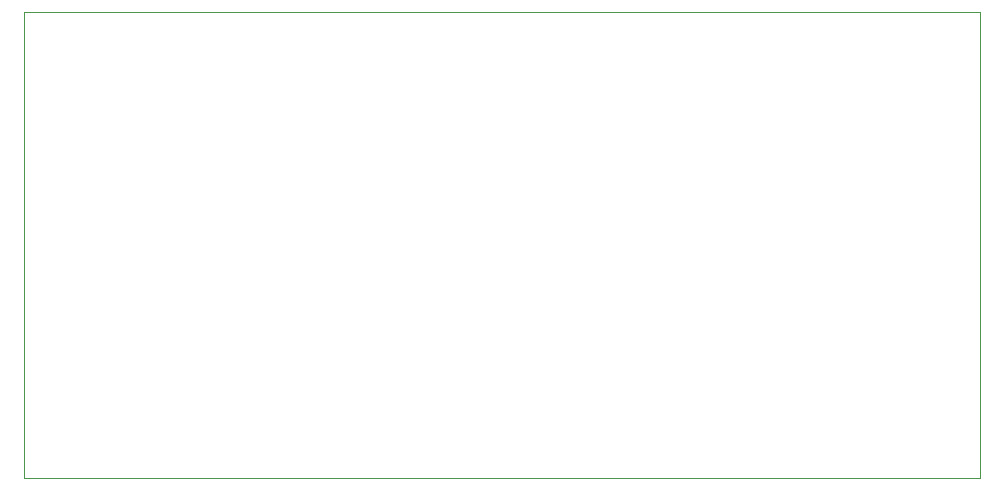
<source format=gbr>
%TF.GenerationSoftware,KiCad,Pcbnew,8.0.7*%
%TF.CreationDate,2025-01-08T21:36:27+01:00*%
%TF.ProjectId,adampsu,6164616d-7073-4752-9e6b-696361645f70,rev?*%
%TF.SameCoordinates,Original*%
%TF.FileFunction,Profile,NP*%
%FSLAX46Y46*%
G04 Gerber Fmt 4.6, Leading zero omitted, Abs format (unit mm)*
G04 Created by KiCad (PCBNEW 8.0.7) date 2025-01-08 21:36:27*
%MOMM*%
%LPD*%
G01*
G04 APERTURE LIST*
%TA.AperFunction,Profile*%
%ADD10C,0.050000*%
%TD*%
G04 APERTURE END LIST*
D10*
X116655000Y-71620000D02*
X197580000Y-71620000D01*
X197580000Y-111095000D01*
X116655000Y-111095000D01*
X116655000Y-71620000D01*
M02*

</source>
